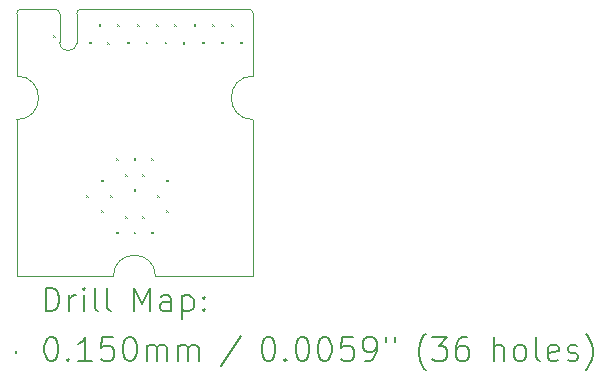
<source format=gbr>
%TF.GenerationSoftware,KiCad,Pcbnew,(7.0.0)*%
%TF.CreationDate,2023-04-19T09:29:56-05:00*%
%TF.ProjectId,Pixel.Cookie,50697865-6c2e-4436-9f6f-6b69652e6b69,rev?*%
%TF.SameCoordinates,Original*%
%TF.FileFunction,Drillmap*%
%TF.FilePolarity,Positive*%
%FSLAX45Y45*%
G04 Gerber Fmt 4.5, Leading zero omitted, Abs format (unit mm)*
G04 Created by KiCad (PCBNEW (7.0.0)) date 2023-04-19 09:29:56*
%MOMM*%
%LPD*%
G01*
G04 APERTURE LIST*
%ADD10C,0.050000*%
%ADD11C,0.200000*%
%ADD12C,0.015000*%
G04 APERTURE END LIST*
D10*
X3231256Y-1247980D02*
X3170296Y-1247980D01*
X2078096Y-1247980D02*
X3170296Y-1247980D01*
X1811396Y-1247980D02*
X2078096Y-1247980D01*
X3268000Y-1813500D02*
G75*
G03*
X3268000Y-2183500I0J-185000D01*
G01*
X2084700Y-3508580D02*
X1265296Y-3508580D01*
X1811396Y-1247976D02*
G75*
G03*
X1773296Y-1286080I4J-38104D01*
G01*
X1628770Y-1527634D02*
G75*
G03*
X1773353Y-1532964I72390J4D01*
G01*
X3269356Y-1319100D02*
X3269356Y-1813500D01*
X1303396Y-1247976D02*
G75*
G03*
X1265296Y-1286080I4J-38104D01*
G01*
X3268000Y-2183500D02*
X3269356Y-3508580D01*
X3269360Y-1286080D02*
G75*
G03*
X3231256Y-1247980I-38100J0D01*
G01*
X1265296Y-2183540D02*
G75*
G03*
X1265296Y-1813500I0J185020D01*
G01*
X3269356Y-1319100D02*
X3269356Y-1286080D01*
X1265296Y-1286080D02*
X1265296Y-1813500D01*
X1590670Y-1247980D02*
X1303396Y-1247980D01*
X1628770Y-1527634D02*
X1628770Y-1286080D01*
X1773353Y-1532964D02*
X1773296Y-1286080D01*
X1628770Y-1286080D02*
G75*
G03*
X1590670Y-1247980I-38100J0D01*
G01*
X2440300Y-3508580D02*
G75*
G03*
X2084700Y-3508580I-177800J0D01*
G01*
X1265296Y-2183539D02*
X1265296Y-3508580D01*
X3269356Y-3508580D02*
X2440300Y-3508580D01*
D11*
D12*
X1575500Y-1469500D02*
X1590500Y-1484500D01*
X1590500Y-1469500D02*
X1575500Y-1484500D01*
X1855500Y-2821000D02*
X1870500Y-2836000D01*
X1870500Y-2821000D02*
X1855500Y-2836000D01*
X1878300Y-1522000D02*
X1893300Y-1537000D01*
X1893300Y-1522000D02*
X1878300Y-1537000D01*
X1958500Y-1375500D02*
X1973500Y-1390500D01*
X1973500Y-1375500D02*
X1958500Y-1390500D01*
X1980500Y-2691100D02*
X1995500Y-2706100D01*
X1995500Y-2691100D02*
X1980500Y-2706100D01*
X1980500Y-2950900D02*
X1995500Y-2965900D01*
X1995500Y-2950900D02*
X1980500Y-2965900D01*
X2031500Y-1526000D02*
X2046500Y-1541000D01*
X2046500Y-1526000D02*
X2031500Y-1541000D01*
X2055500Y-2821000D02*
X2070500Y-2836000D01*
X2070500Y-2821000D02*
X2055500Y-2836000D01*
X2105500Y-2511200D02*
X2120500Y-2526200D01*
X2120500Y-2511200D02*
X2105500Y-2526200D01*
X2105500Y-3130800D02*
X2120500Y-3145800D01*
X2120500Y-3130800D02*
X2105500Y-3145800D01*
X2116000Y-1374000D02*
X2131000Y-1389000D01*
X2131000Y-1374000D02*
X2116000Y-1389000D01*
X2180500Y-2641100D02*
X2195500Y-2656100D01*
X2195500Y-2641100D02*
X2180500Y-2656100D01*
X2180500Y-3000900D02*
X2195500Y-3015900D01*
X2195500Y-3000900D02*
X2180500Y-3015900D01*
X2198100Y-1522000D02*
X2213100Y-1537000D01*
X2213100Y-1522000D02*
X2198100Y-1537000D01*
X2255500Y-2511200D02*
X2270500Y-2526200D01*
X2270500Y-2511200D02*
X2255500Y-2526200D01*
X2255500Y-2771000D02*
X2270500Y-2786000D01*
X2270500Y-2771000D02*
X2255500Y-2786000D01*
X2255500Y-3130800D02*
X2270500Y-3145800D01*
X2270500Y-3130800D02*
X2255500Y-3145800D01*
X2283000Y-1372000D02*
X2298000Y-1387000D01*
X2298000Y-1372000D02*
X2283000Y-1387000D01*
X2330500Y-2641100D02*
X2345500Y-2656100D01*
X2345500Y-2641100D02*
X2330500Y-2656100D01*
X2330500Y-3000900D02*
X2345500Y-3015900D01*
X2345500Y-3000900D02*
X2330500Y-3015900D01*
X2358000Y-1522000D02*
X2373000Y-1537000D01*
X2373000Y-1522000D02*
X2358000Y-1537000D01*
X2405500Y-2511200D02*
X2420500Y-2526200D01*
X2420500Y-2511200D02*
X2405500Y-2526200D01*
X2405500Y-3130800D02*
X2420500Y-3145800D01*
X2420500Y-3130800D02*
X2405500Y-3145800D01*
X2442900Y-1372000D02*
X2457900Y-1387000D01*
X2457900Y-1372000D02*
X2442900Y-1387000D01*
X2455500Y-2821000D02*
X2470500Y-2836000D01*
X2470500Y-2821000D02*
X2455500Y-2836000D01*
X2517900Y-1522000D02*
X2532900Y-1537000D01*
X2532900Y-1522000D02*
X2517900Y-1537000D01*
X2530500Y-2691100D02*
X2545500Y-2706100D01*
X2545500Y-2691100D02*
X2530500Y-2706100D01*
X2530500Y-2950900D02*
X2545500Y-2965900D01*
X2545500Y-2950900D02*
X2530500Y-2965900D01*
X2595500Y-1374000D02*
X2610500Y-1389000D01*
X2610500Y-1374000D02*
X2595500Y-1389000D01*
X2671000Y-1525500D02*
X2686000Y-1540500D01*
X2686000Y-1525500D02*
X2671000Y-1540500D01*
X2762700Y-1372000D02*
X2777700Y-1387000D01*
X2777700Y-1372000D02*
X2762700Y-1387000D01*
X2837700Y-1522000D02*
X2852700Y-1537000D01*
X2852700Y-1522000D02*
X2837700Y-1537000D01*
X2922600Y-1372000D02*
X2937600Y-1387000D01*
X2937600Y-1372000D02*
X2922600Y-1387000D01*
X2997600Y-1522000D02*
X3012600Y-1537000D01*
X3012600Y-1522000D02*
X2997600Y-1537000D01*
X3082500Y-1372000D02*
X3097500Y-1387000D01*
X3097500Y-1372000D02*
X3082500Y-1387000D01*
X3157500Y-1522000D02*
X3172500Y-1537000D01*
X3172500Y-1522000D02*
X3157500Y-1537000D01*
D11*
X1510415Y-3804556D02*
X1510415Y-3604556D01*
X1510415Y-3604556D02*
X1558034Y-3604556D01*
X1558034Y-3604556D02*
X1586605Y-3614080D01*
X1586605Y-3614080D02*
X1605653Y-3633128D01*
X1605653Y-3633128D02*
X1615177Y-3652175D01*
X1615177Y-3652175D02*
X1624701Y-3690270D01*
X1624701Y-3690270D02*
X1624701Y-3718842D01*
X1624701Y-3718842D02*
X1615177Y-3756937D01*
X1615177Y-3756937D02*
X1605653Y-3775985D01*
X1605653Y-3775985D02*
X1586605Y-3795032D01*
X1586605Y-3795032D02*
X1558034Y-3804556D01*
X1558034Y-3804556D02*
X1510415Y-3804556D01*
X1710415Y-3804556D02*
X1710415Y-3671223D01*
X1710415Y-3709318D02*
X1719939Y-3690270D01*
X1719939Y-3690270D02*
X1729463Y-3680747D01*
X1729463Y-3680747D02*
X1748510Y-3671223D01*
X1748510Y-3671223D02*
X1767558Y-3671223D01*
X1834224Y-3804556D02*
X1834224Y-3671223D01*
X1834224Y-3604556D02*
X1824701Y-3614080D01*
X1824701Y-3614080D02*
X1834224Y-3623604D01*
X1834224Y-3623604D02*
X1843748Y-3614080D01*
X1843748Y-3614080D02*
X1834224Y-3604556D01*
X1834224Y-3604556D02*
X1834224Y-3623604D01*
X1958034Y-3804556D02*
X1938986Y-3795032D01*
X1938986Y-3795032D02*
X1929463Y-3775985D01*
X1929463Y-3775985D02*
X1929463Y-3604556D01*
X2062796Y-3804556D02*
X2043748Y-3795032D01*
X2043748Y-3795032D02*
X2034224Y-3775985D01*
X2034224Y-3775985D02*
X2034224Y-3604556D01*
X2258986Y-3804556D02*
X2258986Y-3604556D01*
X2258986Y-3604556D02*
X2325653Y-3747413D01*
X2325653Y-3747413D02*
X2392320Y-3604556D01*
X2392320Y-3604556D02*
X2392320Y-3804556D01*
X2573272Y-3804556D02*
X2573272Y-3699794D01*
X2573272Y-3699794D02*
X2563748Y-3680747D01*
X2563748Y-3680747D02*
X2544701Y-3671223D01*
X2544701Y-3671223D02*
X2506605Y-3671223D01*
X2506605Y-3671223D02*
X2487558Y-3680747D01*
X2573272Y-3795032D02*
X2554225Y-3804556D01*
X2554225Y-3804556D02*
X2506605Y-3804556D01*
X2506605Y-3804556D02*
X2487558Y-3795032D01*
X2487558Y-3795032D02*
X2478034Y-3775985D01*
X2478034Y-3775985D02*
X2478034Y-3756937D01*
X2478034Y-3756937D02*
X2487558Y-3737889D01*
X2487558Y-3737889D02*
X2506605Y-3728366D01*
X2506605Y-3728366D02*
X2554225Y-3728366D01*
X2554225Y-3728366D02*
X2573272Y-3718842D01*
X2668510Y-3671223D02*
X2668510Y-3871223D01*
X2668510Y-3680747D02*
X2687558Y-3671223D01*
X2687558Y-3671223D02*
X2725653Y-3671223D01*
X2725653Y-3671223D02*
X2744701Y-3680747D01*
X2744701Y-3680747D02*
X2754225Y-3690270D01*
X2754225Y-3690270D02*
X2763748Y-3709318D01*
X2763748Y-3709318D02*
X2763748Y-3766461D01*
X2763748Y-3766461D02*
X2754225Y-3785508D01*
X2754225Y-3785508D02*
X2744701Y-3795032D01*
X2744701Y-3795032D02*
X2725653Y-3804556D01*
X2725653Y-3804556D02*
X2687558Y-3804556D01*
X2687558Y-3804556D02*
X2668510Y-3795032D01*
X2849463Y-3785508D02*
X2858986Y-3795032D01*
X2858986Y-3795032D02*
X2849463Y-3804556D01*
X2849463Y-3804556D02*
X2839939Y-3795032D01*
X2839939Y-3795032D02*
X2849463Y-3785508D01*
X2849463Y-3785508D02*
X2849463Y-3804556D01*
X2849463Y-3680747D02*
X2858986Y-3690270D01*
X2858986Y-3690270D02*
X2849463Y-3699794D01*
X2849463Y-3699794D02*
X2839939Y-3690270D01*
X2839939Y-3690270D02*
X2849463Y-3680747D01*
X2849463Y-3680747D02*
X2849463Y-3699794D01*
D12*
X1247796Y-4143580D02*
X1262796Y-4158580D01*
X1262796Y-4143580D02*
X1247796Y-4158580D01*
D11*
X1548510Y-4024556D02*
X1567558Y-4024556D01*
X1567558Y-4024556D02*
X1586605Y-4034080D01*
X1586605Y-4034080D02*
X1596129Y-4043604D01*
X1596129Y-4043604D02*
X1605653Y-4062651D01*
X1605653Y-4062651D02*
X1615177Y-4100747D01*
X1615177Y-4100747D02*
X1615177Y-4148366D01*
X1615177Y-4148366D02*
X1605653Y-4186461D01*
X1605653Y-4186461D02*
X1596129Y-4205509D01*
X1596129Y-4205509D02*
X1586605Y-4215032D01*
X1586605Y-4215032D02*
X1567558Y-4224556D01*
X1567558Y-4224556D02*
X1548510Y-4224556D01*
X1548510Y-4224556D02*
X1529463Y-4215032D01*
X1529463Y-4215032D02*
X1519939Y-4205509D01*
X1519939Y-4205509D02*
X1510415Y-4186461D01*
X1510415Y-4186461D02*
X1500891Y-4148366D01*
X1500891Y-4148366D02*
X1500891Y-4100747D01*
X1500891Y-4100747D02*
X1510415Y-4062651D01*
X1510415Y-4062651D02*
X1519939Y-4043604D01*
X1519939Y-4043604D02*
X1529463Y-4034080D01*
X1529463Y-4034080D02*
X1548510Y-4024556D01*
X1700891Y-4205509D02*
X1710415Y-4215032D01*
X1710415Y-4215032D02*
X1700891Y-4224556D01*
X1700891Y-4224556D02*
X1691367Y-4215032D01*
X1691367Y-4215032D02*
X1700891Y-4205509D01*
X1700891Y-4205509D02*
X1700891Y-4224556D01*
X1900891Y-4224556D02*
X1786605Y-4224556D01*
X1843748Y-4224556D02*
X1843748Y-4024556D01*
X1843748Y-4024556D02*
X1824701Y-4053128D01*
X1824701Y-4053128D02*
X1805653Y-4072175D01*
X1805653Y-4072175D02*
X1786605Y-4081699D01*
X2081844Y-4024556D02*
X1986605Y-4024556D01*
X1986605Y-4024556D02*
X1977082Y-4119794D01*
X1977082Y-4119794D02*
X1986605Y-4110270D01*
X1986605Y-4110270D02*
X2005653Y-4100747D01*
X2005653Y-4100747D02*
X2053272Y-4100747D01*
X2053272Y-4100747D02*
X2072320Y-4110270D01*
X2072320Y-4110270D02*
X2081844Y-4119794D01*
X2081844Y-4119794D02*
X2091367Y-4138842D01*
X2091367Y-4138842D02*
X2091367Y-4186461D01*
X2091367Y-4186461D02*
X2081844Y-4205509D01*
X2081844Y-4205509D02*
X2072320Y-4215032D01*
X2072320Y-4215032D02*
X2053272Y-4224556D01*
X2053272Y-4224556D02*
X2005653Y-4224556D01*
X2005653Y-4224556D02*
X1986605Y-4215032D01*
X1986605Y-4215032D02*
X1977082Y-4205509D01*
X2215177Y-4024556D02*
X2234225Y-4024556D01*
X2234225Y-4024556D02*
X2253272Y-4034080D01*
X2253272Y-4034080D02*
X2262796Y-4043604D01*
X2262796Y-4043604D02*
X2272320Y-4062651D01*
X2272320Y-4062651D02*
X2281844Y-4100747D01*
X2281844Y-4100747D02*
X2281844Y-4148366D01*
X2281844Y-4148366D02*
X2272320Y-4186461D01*
X2272320Y-4186461D02*
X2262796Y-4205509D01*
X2262796Y-4205509D02*
X2253272Y-4215032D01*
X2253272Y-4215032D02*
X2234225Y-4224556D01*
X2234225Y-4224556D02*
X2215177Y-4224556D01*
X2215177Y-4224556D02*
X2196129Y-4215032D01*
X2196129Y-4215032D02*
X2186606Y-4205509D01*
X2186606Y-4205509D02*
X2177082Y-4186461D01*
X2177082Y-4186461D02*
X2167558Y-4148366D01*
X2167558Y-4148366D02*
X2167558Y-4100747D01*
X2167558Y-4100747D02*
X2177082Y-4062651D01*
X2177082Y-4062651D02*
X2186606Y-4043604D01*
X2186606Y-4043604D02*
X2196129Y-4034080D01*
X2196129Y-4034080D02*
X2215177Y-4024556D01*
X2367558Y-4224556D02*
X2367558Y-4091223D01*
X2367558Y-4110270D02*
X2377082Y-4100747D01*
X2377082Y-4100747D02*
X2396129Y-4091223D01*
X2396129Y-4091223D02*
X2424701Y-4091223D01*
X2424701Y-4091223D02*
X2443748Y-4100747D01*
X2443748Y-4100747D02*
X2453272Y-4119794D01*
X2453272Y-4119794D02*
X2453272Y-4224556D01*
X2453272Y-4119794D02*
X2462796Y-4100747D01*
X2462796Y-4100747D02*
X2481844Y-4091223D01*
X2481844Y-4091223D02*
X2510415Y-4091223D01*
X2510415Y-4091223D02*
X2529463Y-4100747D01*
X2529463Y-4100747D02*
X2538987Y-4119794D01*
X2538987Y-4119794D02*
X2538987Y-4224556D01*
X2634225Y-4224556D02*
X2634225Y-4091223D01*
X2634225Y-4110270D02*
X2643748Y-4100747D01*
X2643748Y-4100747D02*
X2662796Y-4091223D01*
X2662796Y-4091223D02*
X2691368Y-4091223D01*
X2691368Y-4091223D02*
X2710415Y-4100747D01*
X2710415Y-4100747D02*
X2719939Y-4119794D01*
X2719939Y-4119794D02*
X2719939Y-4224556D01*
X2719939Y-4119794D02*
X2729463Y-4100747D01*
X2729463Y-4100747D02*
X2748510Y-4091223D01*
X2748510Y-4091223D02*
X2777082Y-4091223D01*
X2777082Y-4091223D02*
X2796129Y-4100747D01*
X2796129Y-4100747D02*
X2805653Y-4119794D01*
X2805653Y-4119794D02*
X2805653Y-4224556D01*
X3163748Y-4015032D02*
X2992320Y-4272175D01*
X3388510Y-4024556D02*
X3407558Y-4024556D01*
X3407558Y-4024556D02*
X3426606Y-4034080D01*
X3426606Y-4034080D02*
X3436129Y-4043604D01*
X3436129Y-4043604D02*
X3445653Y-4062651D01*
X3445653Y-4062651D02*
X3455177Y-4100747D01*
X3455177Y-4100747D02*
X3455177Y-4148366D01*
X3455177Y-4148366D02*
X3445653Y-4186461D01*
X3445653Y-4186461D02*
X3436129Y-4205509D01*
X3436129Y-4205509D02*
X3426606Y-4215032D01*
X3426606Y-4215032D02*
X3407558Y-4224556D01*
X3407558Y-4224556D02*
X3388510Y-4224556D01*
X3388510Y-4224556D02*
X3369463Y-4215032D01*
X3369463Y-4215032D02*
X3359939Y-4205509D01*
X3359939Y-4205509D02*
X3350415Y-4186461D01*
X3350415Y-4186461D02*
X3340891Y-4148366D01*
X3340891Y-4148366D02*
X3340891Y-4100747D01*
X3340891Y-4100747D02*
X3350415Y-4062651D01*
X3350415Y-4062651D02*
X3359939Y-4043604D01*
X3359939Y-4043604D02*
X3369463Y-4034080D01*
X3369463Y-4034080D02*
X3388510Y-4024556D01*
X3540891Y-4205509D02*
X3550415Y-4215032D01*
X3550415Y-4215032D02*
X3540891Y-4224556D01*
X3540891Y-4224556D02*
X3531367Y-4215032D01*
X3531367Y-4215032D02*
X3540891Y-4205509D01*
X3540891Y-4205509D02*
X3540891Y-4224556D01*
X3674225Y-4024556D02*
X3693272Y-4024556D01*
X3693272Y-4024556D02*
X3712320Y-4034080D01*
X3712320Y-4034080D02*
X3721844Y-4043604D01*
X3721844Y-4043604D02*
X3731367Y-4062651D01*
X3731367Y-4062651D02*
X3740891Y-4100747D01*
X3740891Y-4100747D02*
X3740891Y-4148366D01*
X3740891Y-4148366D02*
X3731367Y-4186461D01*
X3731367Y-4186461D02*
X3721844Y-4205509D01*
X3721844Y-4205509D02*
X3712320Y-4215032D01*
X3712320Y-4215032D02*
X3693272Y-4224556D01*
X3693272Y-4224556D02*
X3674225Y-4224556D01*
X3674225Y-4224556D02*
X3655177Y-4215032D01*
X3655177Y-4215032D02*
X3645653Y-4205509D01*
X3645653Y-4205509D02*
X3636129Y-4186461D01*
X3636129Y-4186461D02*
X3626606Y-4148366D01*
X3626606Y-4148366D02*
X3626606Y-4100747D01*
X3626606Y-4100747D02*
X3636129Y-4062651D01*
X3636129Y-4062651D02*
X3645653Y-4043604D01*
X3645653Y-4043604D02*
X3655177Y-4034080D01*
X3655177Y-4034080D02*
X3674225Y-4024556D01*
X3864701Y-4024556D02*
X3883748Y-4024556D01*
X3883748Y-4024556D02*
X3902796Y-4034080D01*
X3902796Y-4034080D02*
X3912320Y-4043604D01*
X3912320Y-4043604D02*
X3921844Y-4062651D01*
X3921844Y-4062651D02*
X3931367Y-4100747D01*
X3931367Y-4100747D02*
X3931367Y-4148366D01*
X3931367Y-4148366D02*
X3921844Y-4186461D01*
X3921844Y-4186461D02*
X3912320Y-4205509D01*
X3912320Y-4205509D02*
X3902796Y-4215032D01*
X3902796Y-4215032D02*
X3883748Y-4224556D01*
X3883748Y-4224556D02*
X3864701Y-4224556D01*
X3864701Y-4224556D02*
X3845653Y-4215032D01*
X3845653Y-4215032D02*
X3836129Y-4205509D01*
X3836129Y-4205509D02*
X3826606Y-4186461D01*
X3826606Y-4186461D02*
X3817082Y-4148366D01*
X3817082Y-4148366D02*
X3817082Y-4100747D01*
X3817082Y-4100747D02*
X3826606Y-4062651D01*
X3826606Y-4062651D02*
X3836129Y-4043604D01*
X3836129Y-4043604D02*
X3845653Y-4034080D01*
X3845653Y-4034080D02*
X3864701Y-4024556D01*
X4112320Y-4024556D02*
X4017082Y-4024556D01*
X4017082Y-4024556D02*
X4007558Y-4119794D01*
X4007558Y-4119794D02*
X4017082Y-4110270D01*
X4017082Y-4110270D02*
X4036129Y-4100747D01*
X4036129Y-4100747D02*
X4083748Y-4100747D01*
X4083748Y-4100747D02*
X4102796Y-4110270D01*
X4102796Y-4110270D02*
X4112320Y-4119794D01*
X4112320Y-4119794D02*
X4121844Y-4138842D01*
X4121844Y-4138842D02*
X4121844Y-4186461D01*
X4121844Y-4186461D02*
X4112320Y-4205509D01*
X4112320Y-4205509D02*
X4102796Y-4215032D01*
X4102796Y-4215032D02*
X4083748Y-4224556D01*
X4083748Y-4224556D02*
X4036129Y-4224556D01*
X4036129Y-4224556D02*
X4017082Y-4215032D01*
X4017082Y-4215032D02*
X4007558Y-4205509D01*
X4217082Y-4224556D02*
X4255177Y-4224556D01*
X4255177Y-4224556D02*
X4274225Y-4215032D01*
X4274225Y-4215032D02*
X4283749Y-4205509D01*
X4283749Y-4205509D02*
X4302796Y-4176937D01*
X4302796Y-4176937D02*
X4312320Y-4138842D01*
X4312320Y-4138842D02*
X4312320Y-4062651D01*
X4312320Y-4062651D02*
X4302796Y-4043604D01*
X4302796Y-4043604D02*
X4293272Y-4034080D01*
X4293272Y-4034080D02*
X4274225Y-4024556D01*
X4274225Y-4024556D02*
X4236129Y-4024556D01*
X4236129Y-4024556D02*
X4217082Y-4034080D01*
X4217082Y-4034080D02*
X4207558Y-4043604D01*
X4207558Y-4043604D02*
X4198034Y-4062651D01*
X4198034Y-4062651D02*
X4198034Y-4110270D01*
X4198034Y-4110270D02*
X4207558Y-4129318D01*
X4207558Y-4129318D02*
X4217082Y-4138842D01*
X4217082Y-4138842D02*
X4236129Y-4148366D01*
X4236129Y-4148366D02*
X4274225Y-4148366D01*
X4274225Y-4148366D02*
X4293272Y-4138842D01*
X4293272Y-4138842D02*
X4302796Y-4129318D01*
X4302796Y-4129318D02*
X4312320Y-4110270D01*
X4388510Y-4024556D02*
X4388510Y-4062651D01*
X4464701Y-4024556D02*
X4464701Y-4062651D01*
X4727558Y-4300747D02*
X4718034Y-4291223D01*
X4718034Y-4291223D02*
X4698987Y-4262651D01*
X4698987Y-4262651D02*
X4689463Y-4243604D01*
X4689463Y-4243604D02*
X4679939Y-4215032D01*
X4679939Y-4215032D02*
X4670415Y-4167413D01*
X4670415Y-4167413D02*
X4670415Y-4129318D01*
X4670415Y-4129318D02*
X4679939Y-4081699D01*
X4679939Y-4081699D02*
X4689463Y-4053128D01*
X4689463Y-4053128D02*
X4698987Y-4034080D01*
X4698987Y-4034080D02*
X4718034Y-4005508D01*
X4718034Y-4005508D02*
X4727558Y-3995985D01*
X4784701Y-4024556D02*
X4908510Y-4024556D01*
X4908510Y-4024556D02*
X4841844Y-4100747D01*
X4841844Y-4100747D02*
X4870415Y-4100747D01*
X4870415Y-4100747D02*
X4889463Y-4110270D01*
X4889463Y-4110270D02*
X4898987Y-4119794D01*
X4898987Y-4119794D02*
X4908510Y-4138842D01*
X4908510Y-4138842D02*
X4908510Y-4186461D01*
X4908510Y-4186461D02*
X4898987Y-4205509D01*
X4898987Y-4205509D02*
X4889463Y-4215032D01*
X4889463Y-4215032D02*
X4870415Y-4224556D01*
X4870415Y-4224556D02*
X4813272Y-4224556D01*
X4813272Y-4224556D02*
X4794225Y-4215032D01*
X4794225Y-4215032D02*
X4784701Y-4205509D01*
X5079939Y-4024556D02*
X5041844Y-4024556D01*
X5041844Y-4024556D02*
X5022796Y-4034080D01*
X5022796Y-4034080D02*
X5013272Y-4043604D01*
X5013272Y-4043604D02*
X4994225Y-4072175D01*
X4994225Y-4072175D02*
X4984701Y-4110270D01*
X4984701Y-4110270D02*
X4984701Y-4186461D01*
X4984701Y-4186461D02*
X4994225Y-4205509D01*
X4994225Y-4205509D02*
X5003749Y-4215032D01*
X5003749Y-4215032D02*
X5022796Y-4224556D01*
X5022796Y-4224556D02*
X5060891Y-4224556D01*
X5060891Y-4224556D02*
X5079939Y-4215032D01*
X5079939Y-4215032D02*
X5089463Y-4205509D01*
X5089463Y-4205509D02*
X5098987Y-4186461D01*
X5098987Y-4186461D02*
X5098987Y-4138842D01*
X5098987Y-4138842D02*
X5089463Y-4119794D01*
X5089463Y-4119794D02*
X5079939Y-4110270D01*
X5079939Y-4110270D02*
X5060891Y-4100747D01*
X5060891Y-4100747D02*
X5022796Y-4100747D01*
X5022796Y-4100747D02*
X5003749Y-4110270D01*
X5003749Y-4110270D02*
X4994225Y-4119794D01*
X4994225Y-4119794D02*
X4984701Y-4138842D01*
X5304701Y-4224556D02*
X5304701Y-4024556D01*
X5390415Y-4224556D02*
X5390415Y-4119794D01*
X5390415Y-4119794D02*
X5380891Y-4100747D01*
X5380891Y-4100747D02*
X5361844Y-4091223D01*
X5361844Y-4091223D02*
X5333272Y-4091223D01*
X5333272Y-4091223D02*
X5314225Y-4100747D01*
X5314225Y-4100747D02*
X5304701Y-4110270D01*
X5514225Y-4224556D02*
X5495177Y-4215032D01*
X5495177Y-4215032D02*
X5485653Y-4205509D01*
X5485653Y-4205509D02*
X5476130Y-4186461D01*
X5476130Y-4186461D02*
X5476130Y-4129318D01*
X5476130Y-4129318D02*
X5485653Y-4110270D01*
X5485653Y-4110270D02*
X5495177Y-4100747D01*
X5495177Y-4100747D02*
X5514225Y-4091223D01*
X5514225Y-4091223D02*
X5542796Y-4091223D01*
X5542796Y-4091223D02*
X5561844Y-4100747D01*
X5561844Y-4100747D02*
X5571368Y-4110270D01*
X5571368Y-4110270D02*
X5580891Y-4129318D01*
X5580891Y-4129318D02*
X5580891Y-4186461D01*
X5580891Y-4186461D02*
X5571368Y-4205509D01*
X5571368Y-4205509D02*
X5561844Y-4215032D01*
X5561844Y-4215032D02*
X5542796Y-4224556D01*
X5542796Y-4224556D02*
X5514225Y-4224556D01*
X5695177Y-4224556D02*
X5676129Y-4215032D01*
X5676129Y-4215032D02*
X5666606Y-4195985D01*
X5666606Y-4195985D02*
X5666606Y-4024556D01*
X5847558Y-4215032D02*
X5828510Y-4224556D01*
X5828510Y-4224556D02*
X5790415Y-4224556D01*
X5790415Y-4224556D02*
X5771368Y-4215032D01*
X5771368Y-4215032D02*
X5761844Y-4195985D01*
X5761844Y-4195985D02*
X5761844Y-4119794D01*
X5761844Y-4119794D02*
X5771368Y-4100747D01*
X5771368Y-4100747D02*
X5790415Y-4091223D01*
X5790415Y-4091223D02*
X5828510Y-4091223D01*
X5828510Y-4091223D02*
X5847558Y-4100747D01*
X5847558Y-4100747D02*
X5857082Y-4119794D01*
X5857082Y-4119794D02*
X5857082Y-4138842D01*
X5857082Y-4138842D02*
X5761844Y-4157889D01*
X5933272Y-4215032D02*
X5952320Y-4224556D01*
X5952320Y-4224556D02*
X5990415Y-4224556D01*
X5990415Y-4224556D02*
X6009463Y-4215032D01*
X6009463Y-4215032D02*
X6018987Y-4195985D01*
X6018987Y-4195985D02*
X6018987Y-4186461D01*
X6018987Y-4186461D02*
X6009463Y-4167413D01*
X6009463Y-4167413D02*
X5990415Y-4157889D01*
X5990415Y-4157889D02*
X5961844Y-4157889D01*
X5961844Y-4157889D02*
X5942796Y-4148366D01*
X5942796Y-4148366D02*
X5933272Y-4129318D01*
X5933272Y-4129318D02*
X5933272Y-4119794D01*
X5933272Y-4119794D02*
X5942796Y-4100747D01*
X5942796Y-4100747D02*
X5961844Y-4091223D01*
X5961844Y-4091223D02*
X5990415Y-4091223D01*
X5990415Y-4091223D02*
X6009463Y-4100747D01*
X6085653Y-4300747D02*
X6095177Y-4291223D01*
X6095177Y-4291223D02*
X6114225Y-4262651D01*
X6114225Y-4262651D02*
X6123749Y-4243604D01*
X6123749Y-4243604D02*
X6133272Y-4215032D01*
X6133272Y-4215032D02*
X6142796Y-4167413D01*
X6142796Y-4167413D02*
X6142796Y-4129318D01*
X6142796Y-4129318D02*
X6133272Y-4081699D01*
X6133272Y-4081699D02*
X6123749Y-4053128D01*
X6123749Y-4053128D02*
X6114225Y-4034080D01*
X6114225Y-4034080D02*
X6095177Y-4005508D01*
X6095177Y-4005508D02*
X6085653Y-3995985D01*
M02*

</source>
